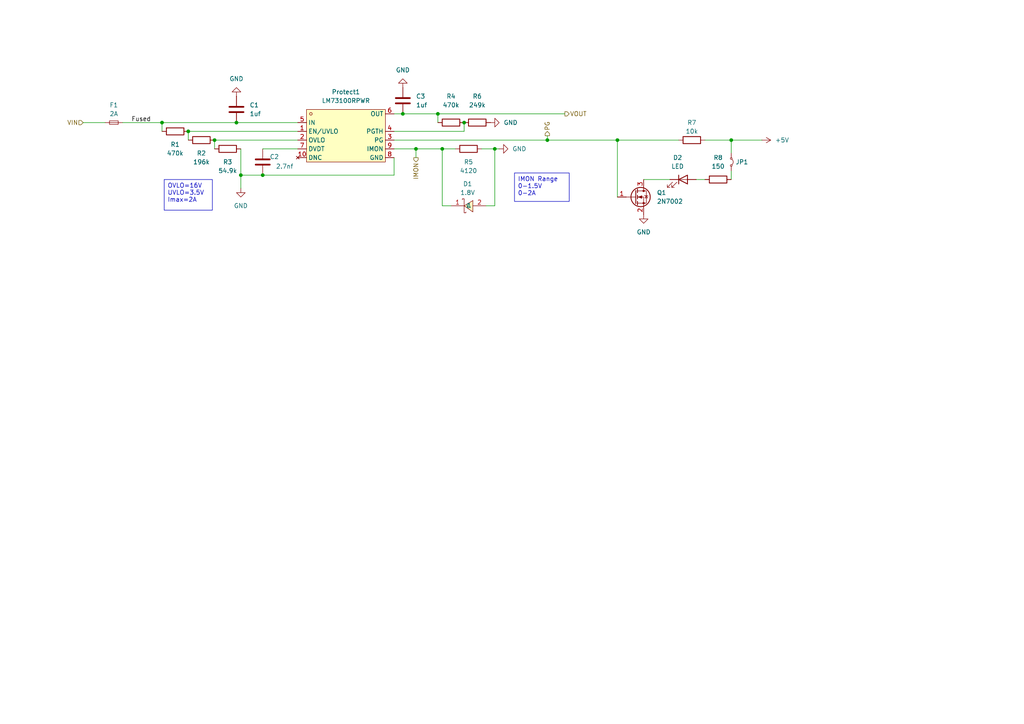
<source format=kicad_sch>
(kicad_sch (version 20231120) (generator "eeschema") (generator_version "8.0")
  (paper "A4")
  (lib_symbols
    (symbol "Device:C" (pin_numbers hide) (pin_names (offset 0.254))
      (property "Reference" "C" (at 0.635 2.54 0))
      (property "Value" "C" (at 0.635 -2.54 0))
      (symbol "C_0_1"
        (polyline (pts (xy -2.032 -0.762) (xy 2.032 -0.762)) (stroke (width 0.508)))
        (polyline (pts (xy -2.032 0.762) (xy 2.032 0.762)) (stroke (width 0.508)))
      )
      (symbol "C_1_1"
        (pin passive line (at 0 3.81 270) (length 2.794) (name "~") (number "1"))
        (pin passive line (at 0 -3.81 90) (length 2.794) (name "~") (number "2"))
      )
    )
    (symbol "Device:Fuse_Small" (pin_numbers hide) (pin_names (offset 0.254) hide)
      (property "Reference" "F" (at 0 -1.524 0))
      (property "Value" "Fuse_Small" (at 0 1.524 0))
      (symbol "Fuse_Small_0_1"
        (rectangle (start -1.27 0.508) (end 1.27 -0.508))
        (polyline (pts (xy -1.27 0) (xy 1.27 0)))
      )
      (symbol "Fuse_Small_1_1"
        (pin passive line (at -2.54 0 0) (length 1.27) (name "~") (number "1"))
        (pin passive line (at 2.54 0 180) (length 1.27) (name "~") (number "2"))
      )
    )
    (symbol "Device:LED" (pin_numbers hide) (pin_names (offset 1.016) hide)
      (property "Reference" "D" (at 0 2.54 0))
      (property "Value" "LED" (at 0 -2.54 0))
      (symbol "LED_0_1"
        (polyline (pts (xy -1.27 -1.27) (xy -1.27 1.27)) (stroke (width 0.254)))
        (polyline (pts (xy -1.27 0) (xy 1.27 0)))
        (polyline (pts (xy 1.27 -1.27) (xy 1.27 1.27) (xy -1.27 0) (xy 1.27 -1.27)) (stroke (width 0.254)))
        (polyline (pts (xy -3.048 -0.762) (xy -4.572 -2.286) (xy -3.81 -2.286) (xy -4.572 -2.286) (xy -4.572 -1.524)))
        (polyline (pts (xy -1.778 -0.762) (xy -3.302 -2.286) (xy -2.54 -2.286) (xy -3.302 -2.286) (xy -3.302 -1.524)))
      )
      (symbol "LED_1_1"
        (pin passive line (at -3.81 0 0) (length 2.54) (name "K") (number "1"))
        (pin passive line (at 3.81 0 180) (length 2.54) (name "A") (number "2"))
      )
    )
    (symbol "Device:R" (pin_numbers hide) (pin_names (offset 0))
      (property "Reference" "R" (at 2.032 0 90))
      (property "Value" "R" (at 0 0 90))
      (symbol "R_0_1"
        (rectangle (start -1.016 -2.54) (end 1.016 2.54) (stroke (width 0.254)))
      )
      (symbol "R_1_1"
        (pin passive line (at 0 3.81 270) (length 1.27) (name "~") (number "1"))
        (pin passive line (at 0 -3.81 90) (length 1.27) (name "~") (number "2"))
      )
    )
    (symbol "Jumper:Jumper_2_Small_Bridged" (pin_numbers hide) (pin_names (offset 0) hide) (exclude_from_sim yes)
      (property "Reference" "JP" (at 0 2.032 0))
      (property "Value" "Jumper_2_Small_Bridged" (at 0 -2.286 0))
      (symbol "Jumper_2_Small_Bridged_0_0"
        (circle (center -1.016 0) (radius 0.254))
        (circle (center 1.016 0) (radius 0.254))
      )
      (symbol "Jumper_2_Small_Bridged_0_1"
        (arc (start 0.762 0.254) (mid 0 0.5696) (end -0.762 0.254))
      )
      (symbol "Jumper_2_Small_Bridged_1_1"
        (pin passive line (at -2.54 0 0) (length 1.27) (name "A") (number "1"))
        (pin passive line (at 2.54 0 180) (length 1.27) (name "B") (number "2"))
      )
    )
    (symbol "Transistor_FET:2N7002" (pin_names hide)
      (property "Reference" "Q" (at 5.08 1.905 0))
      (property "Value" "2N7002" (at 5.08 0 0))
      (symbol "2N7002_0_1"
        (polyline (pts (xy 0.254 0) (xy -2.54 0)))
        (polyline (pts (xy 0.254 1.905) (xy 0.254 -1.905)) (stroke (width 0.254)))
        (polyline (pts (xy 0.762 -1.27) (xy 0.762 -2.286)) (stroke (width 0.254)))
        (polyline (pts (xy 0.762 0.508) (xy 0.762 -0.508)) (stroke (width 0.254)))
        (polyline (pts (xy 0.762 2.286) (xy 0.762 1.27)) (stroke (width 0.254)))
        (polyline (pts (xy 2.54 2.54) (xy 2.54 1.778)))
        (polyline (pts (xy 2.54 -2.54) (xy 2.54 0) (xy 0.762 0)))
        (polyline (pts (xy 0.762 -1.778) (xy 3.302 -1.778) (xy 3.302 1.778) (xy 0.762 1.778)))
        (polyline (pts (xy 1.016 0) (xy 2.032 0.381) (xy 2.032 -0.381) (xy 1.016 0)) (fill (type outline)))
        (polyline (pts (xy 2.794 0.508) (xy 2.921 0.381) (xy 3.683 0.381) (xy 3.81 0.254)))
        (polyline (pts (xy 3.302 0.381) (xy 2.921 -0.254) (xy 3.683 -0.254) (xy 3.302 0.381)))
        (circle (center 1.651 0) (radius 2.794) (stroke (width 0.254)))
        (circle (center 2.54 -1.778) (radius 0.254) (fill (type outline)))
        (circle (center 2.54 1.778) (radius 0.254) (fill (type outline)))
      )
      (symbol "2N7002_1_1"
        (pin input line (at -5.08 0 0) (length 2.54) (name "G") (number "1"))
        (pin passive line (at 2.54 -5.08 90) (length 2.54) (name "S") (number "2"))
        (pin passive line (at 2.54 5.08 270) (length 2.54) (name "D") (number "3"))
      )
    )
    (symbol "easyeda2kicad:DDZ9678-7"
      (property "Reference" "D" (at 0 5.08 0))
      (property "Value" "DDZ9678-7" (at 0 -5.08 0))
      (symbol "DDZ9678-7_0_1"
        (polyline (pts (xy 1.27 1.52) (xy -1.27 0) (xy 1.27 -1.78) (xy 1.27 1.52)) (fill (type background)))
        (polyline (pts (xy -1.78 1.78) (xy -1.78 2.03) (xy -1.27 2.03) (xy -1.27 -2.03) (xy -0.76 -2.03) (xy -0.76 -1.78)))
        (pin unspecified line (at -5.08 0 0) (length 3.81) (name "C") (number "1"))
        (pin unspecified line (at 5.08 0 180) (length 3.81) (name "A") (number "2"))
      )
    )
    (symbol "easyeda2kicad:LM73100RPWR"
      (property "Reference" "U" (at 0 10.16 0))
      (property "Value" "LM73100RPWR" (at 0 -10.16 0))
      (symbol "LM73100RPWR_0_1"
        (rectangle (start -11.43 7.62) (end 11.43 -7.62) (fill (type background)))
        (circle (center -10.16 6.35) (radius 0.38))
        (pin input line (at -13.97 1.27 0) (length 2.54) (name "EN/UVLO") (number "1"))
        (pin no_connect line (at -13.97 -6.35 0) (length 2.54) (name "DNC") (number "10"))
        (pin input line (at -13.97 -1.27 0) (length 2.54) (name "OVLO") (number "2"))
        (pin output line (at 13.97 -1.27 180) (length 2.54) (name "PG") (number "3"))
        (pin input line (at 13.97 1.27 180) (length 2.54) (name "PGTH") (number "4"))
        (pin power_in line (at -13.97 3.81 0) (length 2.54) (name "IN") (number "5"))
        (pin power_out line (at 13.97 6.35 180) (length 2.54) (name "OUT") (number "6"))
        (pin passive line (at -13.97 -3.81 0) (length 2.54) (name "DVDT") (number "7"))
        (pin power_in line (at 13.97 -6.35 180) (length 2.54) (name "GND") (number "8"))
        (pin output line (at 13.97 -3.81 180) (length 2.54) (name "IMON") (number "9"))
      )
    )
    (symbol "power:+5V" (power) (pin_numbers hide) (pin_names (offset 0) hide)
      (property "Value" "+5V" (at 0 3.556 0))
      (symbol "+5V_0_1"
        (polyline (pts (xy -0.762 1.27) (xy 0 2.54)))
        (polyline (pts (xy 0 0) (xy 0 2.54)))
        (polyline (pts (xy 0 2.54) (xy 0.762 1.27)))
      )
      (symbol "+5V_1_1"
        (pin power_in line (at 0 0 90) (length 0) (name "~") (number "1"))
      )
    )
    (symbol "power:GND" (power) (pin_numbers hide) (pin_names (offset 0) hide)
      (property "Value" "GND" (at 0 -3.81 0))
      (symbol "GND_0_1"
        (polyline (pts (xy 0 0) (xy 0 -1.27) (xy 1.27 -1.27) (xy 0 -2.54) (xy -1.27 -1.27) (xy 0 -1.27)))
      )
      (symbol "GND_1_1"
        (pin power_in line (at 0 0 270) (length 0) (name "~") (number "1"))
      )
    )
  )
  (junction (at 54.61 38.1))
  (junction (at 76.2 50.8))
  (junction (at 120.65 43.18))
  (junction (at 128.27 43.18))
  (junction (at 134.62 35.56))
  (junction (at 158.75 40.64))
  (junction (at 212.09 40.64))
  (junction (at 143.51 43.18))
  (junction (at 69.85 50.8))
  (junction (at 46.99 35.56))
  (junction (at 68.58 35.56))
  (junction (at 62.23 40.64))
  (junction (at 127 33.02))
  (junction (at 179.07 40.64))
  (junction (at 116.84 33.02))
  (wire (pts (xy 114.3 45.72) (xy 114.3 50.8)))
  (wire (pts (xy 143.51 43.18) (xy 144.78 43.18)))
  (wire (pts (xy 114.3 40.64) (xy 158.75 40.64)))
  (wire (pts (xy 35.56 35.56) (xy 46.99 35.56)))
  (wire (pts (xy 212.09 40.64) (xy 212.09 44.45)))
  (wire (pts (xy 158.75 39.37) (xy 158.75 40.64)))
  (wire (pts (xy 114.3 33.02) (xy 116.84 33.02)))
  (wire (pts (xy 128.27 59.69) (xy 130.81 59.69)))
  (wire (pts (xy 134.62 38.1) (xy 134.62 35.56)))
  (wire (pts (xy 62.23 40.64) (xy 62.23 43.18)))
  (wire (pts (xy 68.58 35.56) (xy 86.36 35.56)))
  (wire (pts (xy 179.07 40.64) (xy 179.07 57.15)))
  (wire (pts (xy 54.61 38.1) (xy 54.61 40.64)))
  (wire (pts (xy 76.2 50.8) (xy 114.3 50.8)))
  (wire (pts (xy 212.09 40.64) (xy 204.47 40.64)))
  (wire (pts (xy 69.85 50.8) (xy 76.2 50.8)))
  (wire (pts (xy 69.85 50.8) (xy 69.85 54.61)))
  (wire (pts (xy 220.98 40.64) (xy 212.09 40.64)))
  (wire (pts (xy 128.27 43.18) (xy 132.08 43.18)))
  (wire (pts (xy 127 33.02) (xy 127 35.56)))
  (wire (pts (xy 143.51 43.18) (xy 143.51 59.69)))
  (wire (pts (xy 158.75 40.64) (xy 179.07 40.64)))
  (wire (pts (xy 120.65 43.18) (xy 128.27 43.18)))
  (wire (pts (xy 62.23 40.64) (xy 86.36 40.64)))
  (wire (pts (xy 114.3 43.18) (xy 120.65 43.18)))
  (wire (pts (xy 76.2 43.18) (xy 86.36 43.18)))
  (wire (pts (xy 140.97 59.69) (xy 143.51 59.69)))
  (wire (pts (xy 186.69 52.07) (xy 194.31 52.07)))
  (wire (pts (xy 46.99 35.56) (xy 46.99 38.1)))
  (wire (pts (xy 46.99 35.56) (xy 68.58 35.56)))
  (wire (pts (xy 114.3 38.1) (xy 134.62 38.1)))
  (wire (pts (xy 127 33.02) (xy 163.83 33.02)))
  (wire (pts (xy 201.93 52.07) (xy 204.47 52.07)))
  (wire (pts (xy 128.27 43.18) (xy 128.27 59.69)))
  (wire (pts (xy 54.61 38.1) (xy 86.36 38.1)))
  (wire (pts (xy 212.09 49.53) (xy 212.09 52.07)))
  (wire (pts (xy 116.84 33.02) (xy 127 33.02)))
  (wire (pts (xy 179.07 40.64) (xy 196.85 40.64)))
  (wire (pts (xy 139.7 43.18) (xy 143.51 43.18)))
  (wire (pts (xy 69.85 43.18) (xy 69.85 50.8)))
  (wire (pts (xy 120.65 45.72) (xy 120.65 43.18)))
  (wire (pts (xy 24.13 35.56) (xy 30.48 35.56)))
  (text_box "IMON Range\n0-1.5V\n0-2A" (at 149.225 50.165 0) (size 15.875 8.255) (effects (font (size 1.27 1.27)) (justify left top)))
  (text_box "OVLO=16V\nUVLO=3.5V\nImax=2A" (at 47.625 52.07 0) (size 13.97 8.89) (effects (font (size 1.27 1.27)) (justify left top)))
  (label "Fused" (at 38.1 35.56 0))
  (hierarchical_label "VIN" (shape input) (at 24.13 35.56 180))
  (hierarchical_label "PG" (shape output) (at 158.75 39.37 90))
  (hierarchical_label "IMON" (shape output) (at 120.65 45.72 270))
  (hierarchical_label "VOUT" (shape output) (at 163.83 33.02 0))
  (symbol (lib_id "Device:R") (at 200.66 40.64 270) (unit 1)
    (property "Reference" "R7" (at 200.66 35.56 90))
    (property "Value" "10k" (at 200.66 38.1 90))
    (property "Footprint" "Resistor_SMD:R_0603_1608Metric" (effects (hide yes)))
    (property "Description" "Resistor" (effects (hide yes)))
    (instances (project "" (path "" (reference "R7") (unit 1)) (path "" (reference "R44") (unit 1))))
  )
  (symbol (lib_id "Device:R") (at 138.43 35.56 270) (unit 1)
    (property "Reference" "R6" (at 138.43 27.94 90))
    (property "Value" "249k" (at 138.43 30.48 90))
    (property "Footprint" "Resistor_SMD:R_0603_1608Metric" (effects (hide yes)))
    (property "Description" "Resistor" (effects (hide yes)))
    (instances (project "" (path "" (reference "R6") (unit 1)) (path "" (reference "R43") (unit 1))))
  )
  (symbol (lib_id "easyeda2kicad:LM73100RPWR") (at 100.33 39.37 0) (unit 1)
    (property "Reference" "Protect1" (at 100.33 26.67 0))
    (property "Value" "LM73100RPWR" (at 100.33 29.21 0))
    (property "Footprint" "easyeda2kicad:VQFN-10_L2.0-W2.0-P0.45-TL" (effects (hide yes)))
    (property "LCSC Part" "C3210761" (effects (hide yes)))
    (instances (project "" (path "" (reference "Protect1") (unit 1)) (path "" (reference "Protect2") (unit 1))))
  )
  (symbol (lib_id "Device:LED") (at 198.12 52.07 0) (unit 1)
    (property "Reference" "D2" (at 196.5325 45.72 0))
    (property "Value" "LED" (at 196.5325 48.26 0))
    (property "Footprint" "LED_SMD:LED_0603_1608Metric" (effects (hide yes)))
    (property "Description" "Light emitting diode" (effects (hide yes)))
    (property "LCSC Part" "C2286" (effects (hide yes)))
    (instances (project "" (path "" (reference "D2") (unit 1)) (path "" (reference "D8") (unit 1))))
  )
  (symbol (lib_id "Device:C") (at 116.84 29.21 0) (unit 1)
    (property "Reference" "C3" (at 120.65 27.9399 0) (effects (justify left)))
    (property "Value" "1uf" (at 120.65 30.4799 0) (effects (justify left)))
    (property "Footprint" "Capacitor_SMD:C_0603_1608Metric" (effects (hide yes)))
    (property "Description" "Unpolarized capacitor" (effects (hide yes)))
    (instances (project "" (path "" (reference "C3") (unit 1)) (path "" (reference "C21") (unit 1))))
  )
  (symbol (lib_id "power:GND") (at 186.69 62.23 0) (unit 1)
    (property "Reference" "#PWR06" (effects (hide yes)))
    (property "Value" "GND" (at 186.69 67.31 0))
    (property "Description" "Power symbol creates a global label with name \"GND\" , ground" (effects (hide yes)))
    (instances (project "" (path "" (reference "#PWR06") (unit 1)) (path "" (reference "#PWR042") (unit 1))))
  )
  (symbol (lib_id "Device:R") (at 208.28 52.07 90) (unit 1)
    (property "Reference" "R8" (at 208.28 45.72 90))
    (property "Value" "150" (at 208.28 48.26 90))
    (property "Footprint" "Resistor_SMD:R_0603_1608Metric" (effects (hide yes)))
    (property "Description" "Resistor" (effects (hide yes)))
    (instances (project "" (path "" (reference "R8") (unit 1)) (path "" (reference "R45") (unit 1))))
  )
  (symbol (lib_id "Transistor_FET:2N7002") (at 184.15 57.15 0) (unit 1)
    (property "Reference" "Q1" (at 190.5 55.8799 0) (effects (justify left)))
    (property "Value" "2N7002" (at 190.5 58.4199 0) (effects (justify left)))
    (property "Footprint" "Package_TO_SOT_SMD:SOT-23" (effects (hide yes)))
    (property "Datasheet" "https://www.onsemi.com/pub/Collateral/NDS7002A-D.PDF" (effects (hide yes)))
    (property "Description" "0.115A Id, 60V Vds, N-Channel MOSFET, SOT-23" (effects (hide yes)))
    (instances (project "" (path "" (reference "Q1") (unit 1)) (path "" (reference "Q4") (unit 1))))
  )
  (symbol (lib_id "Device:C") (at 68.58 31.75 0) (unit 1)
    (property "Reference" "C1" (at 72.39 30.4799 0) (effects (justify left)))
    (property "Value" "1uf" (at 72.39 33.0199 0) (effects (justify left)))
    (property "Footprint" "Capacitor_SMD:C_0603_1608Metric" (effects (hide yes)))
    (property "Description" "Unpolarized capacitor" (effects (hide yes)))
    (instances (project "" (path "" (reference "C1") (unit 1)) (path "" (reference "C19") (unit 1))))
  )
  (symbol (lib_id "power:GND") (at 69.85 54.61 0) (unit 1)
    (property "Reference" "#PWR02" (effects (hide yes)))
    (property "Value" "GND" (at 69.85 59.69 0))
    (property "Description" "Power symbol creates a global label with name \"GND\" , ground" (effects (hide yes)))
    (instances (project "" (path "" (reference "#PWR02") (unit 1)) (path "" (reference "#PWR038") (unit 1))))
  )
  (symbol (lib_id "Device:R") (at 50.8 38.1 270) (unit 1)
    (property "Reference" "R1" (at 50.8 41.91 90))
    (property "Value" "470k" (at 50.8 44.45 90))
    (property "Footprint" "Resistor_SMD:R_0603_1608Metric" (effects (hide yes)))
    (property "Description" "Resistor" (effects (hide yes)))
    (instances (project "" (path "" (reference "R1") (unit 1)) (path "" (reference "R38") (unit 1))))
  )
  (symbol (lib_id "power:GND") (at 68.58 27.94 180) (unit 1)
    (property "Reference" "#PWR01" (effects (hide yes)))
    (property "Value" "GND" (at 68.58 22.86 0))
    (property "Description" "Power symbol creates a global label with name \"GND\" , ground" (effects (hide yes)))
    (instances (project "" (path "" (reference "#PWR01") (unit 1)) (path "" (reference "#PWR037") (unit 1))))
  )
  (symbol (lib_id "power:GND") (at 142.24 35.56 90) (unit 1)
    (property "Reference" "#PWR04" (effects (hide yes)))
    (property "Value" "GND" (at 146.05 35.5599 90) (effects (justify right)))
    (property "Description" "Power symbol creates a global label with name \"GND\" , ground" (effects (hide yes)))
    (instances (project "" (path "" (reference "#PWR04") (unit 1)) (path "" (reference "#PWR040") (unit 1))))
  )
  (symbol (lib_id "Device:C") (at 76.2 46.99 0) (unit 1)
    (property "Reference" "C2" (at 78.232 45.466 0) (effects (justify left)))
    (property "Value" "2.7nf" (at 80.01 48.2599 0) (effects (justify left)))
    (property "Footprint" "Capacitor_SMD:C_0603_1608Metric" (effects (hide yes)))
    (property "Description" "Unpolarized capacitor" (effects (hide yes)))
    (instances (project "" (path "" (reference "C2") (unit 1)) (path "" (reference "C20") (unit 1))))
  )
  (symbol (lib_id "Device:R") (at 58.42 40.64 270) (unit 1)
    (property "Reference" "R2" (at 58.42 44.45 90))
    (property "Value" "196k" (at 58.42 46.99 90))
    (property "Footprint" "Resistor_SMD:R_0603_1608Metric" (effects (hide yes)))
    (property "Description" "Resistor" (effects (hide yes)))
    (instances (project "" (path "" (reference "R2") (unit 1)) (path "" (reference "R39") (unit 1))))
  )
  (symbol (lib_id "Device:R") (at 135.89 43.18 270) (unit 1)
    (property "Reference" "R5" (at 135.89 46.99 90))
    (property "Value" "4120" (at 135.89 49.53 90))
    (property "Footprint" "Resistor_SMD:R_0603_1608Metric" (effects (hide yes)))
    (property "Description" "Resistor" (effects (hide yes)))
    (instances (project "" (path "" (reference "R5") (unit 1)) (path "" (reference "R42") (unit 1))))
  )
  (symbol (lib_id "power:+5V") (at 220.98 40.64 270) (unit 1)
    (property "Reference" "#PWR07" (effects (hide yes)))
    (property "Value" "+5V" (at 224.79 40.6399 90) (effects (justify left)))
    (property "Description" "Power symbol creates a global label with name \"+5V\"" (effects (hide yes)))
    (instances (project "" (path "" (reference "#PWR07") (unit 1)) (path "" (reference "#PWR043") (unit 1))))
  )
  (symbol (lib_id "easyeda2kicad:DDZ9678-7") (at 135.89 59.69 0) (unit 1)
    (property "Reference" "D1" (at 135.635 53.34 0))
    (property "Value" "1.8V" (at 135.635 55.88 0))
    (property "Footprint" "easyeda2kicad:SOD-123_L2.7-W1.6-LS3.7-RD" (effects (hide yes)))
    (property "Datasheet" "https://lcsc.com/product-detail/Zener-Diodes_DIODES_DDZ9678-7_DDZ9678-7_C150464.html" (effects (hide yes)))
    (property "Description" "Single 1.71V~1.89V 500mW 1.8V SOD-123 Zener Diodes ROHS " (effects (hide yes)))
    (property "LCSC Part" "C150464" (effects (hide yes)))
    (instances (project "" (path "" (reference "D1") (unit 1)) (path "" (reference "D7") (unit 1))))
  )
  (symbol (lib_id "Jumper:Jumper_2_Small_Bridged") (at 212.09 46.99 270) (unit 1) (exclude_from_sim yes)
    (property "Reference" "JP1" (at 213.36 46.9899 90) (effects (justify left)))
    (property "Value" "JP1" (effects (hide yes)))
    (property "Footprint" "Jumper:SolderJumper-2_P1.3mm_Bridged_Pad1.0x1.5mm" (effects (hide yes)))
    (property "Description" "Jumper, 2-pole, small symbol, bridged" (effects (hide yes)))
    (instances (project "" (path "" (reference "JP1") (unit 1)) (path "" (reference "JP2") (unit 1))))
  )
  (symbol (lib_id "Device:R") (at 130.81 35.56 270) (unit 1)
    (property "Reference" "R4" (at 130.81 27.94 90))
    (property "Value" "470k" (at 130.81 30.48 90))
    (property "Footprint" "Resistor_SMD:R_0603_1608Metric" (effects (hide yes)))
    (property "Description" "Resistor" (effects (hide yes)))
    (instances (project "" (path "" (reference "R4") (unit 1)) (path "" (reference "R41") (unit 1))))
  )
  (symbol (lib_id "power:GND") (at 144.78 43.18 90) (unit 1)
    (property "Reference" "#PWR05" (effects (hide yes)))
    (property "Value" "GND" (at 148.59 43.1799 90) (effects (justify right)))
    (property "Description" "Power symbol creates a global label with name \"GND\" , ground" (effects (hide yes)))
    (instances (project "" (path "" (reference "#PWR05") (unit 1)) (path "" (reference "#PWR041") (unit 1))))
  )
  (symbol (lib_id "Device:R") (at 66.04 43.18 270) (unit 1)
    (property "Reference" "R3" (at 66.04 46.99 90))
    (property "Value" "54.9k" (at 66.04 49.53 90))
    (property "Footprint" "Resistor_SMD:R_0603_1608Metric" (effects (hide yes)))
    (property "Description" "Resistor" (effects (hide yes)))
    (instances (project "" (path "" (reference "R3") (unit 1)) (path "" (reference "R40") (unit 1))))
  )
  (symbol (lib_id "power:GND") (at 116.84 25.4 180) (unit 1)
    (property "Reference" "#PWR03" (effects (hide yes)))
    (property "Value" "GND" (at 116.84 20.32 0))
    (property "Description" "Power symbol creates a global label with name \"GND\" , ground" (effects (hide yes)))
    (instances (project "" (path "" (reference "#PWR03") (unit 1)) (path "" (reference "#PWR039") (unit 1))))
  )
  (symbol (lib_id "Device:Fuse_Small") (at 33.02 35.56 0) (unit 1)
    (property "Reference" "F1" (at 33.02 30.48 0))
    (property "Value" "2A" (at 33.02 33.02 0))
    (property "Footprint" "Fuse:Fuse_1206_3216Metric" (effects (hide yes)))
    (property "Description" "Fuse, small symbol" (effects (hide yes)))
    (property "LCSC Part" "C2924939" (effects (hide yes)))
    (instances (project "" (path "" (reference "F1") (unit 1)) (path "" (reference "F2") (unit 1))))
  )
)
</source>
